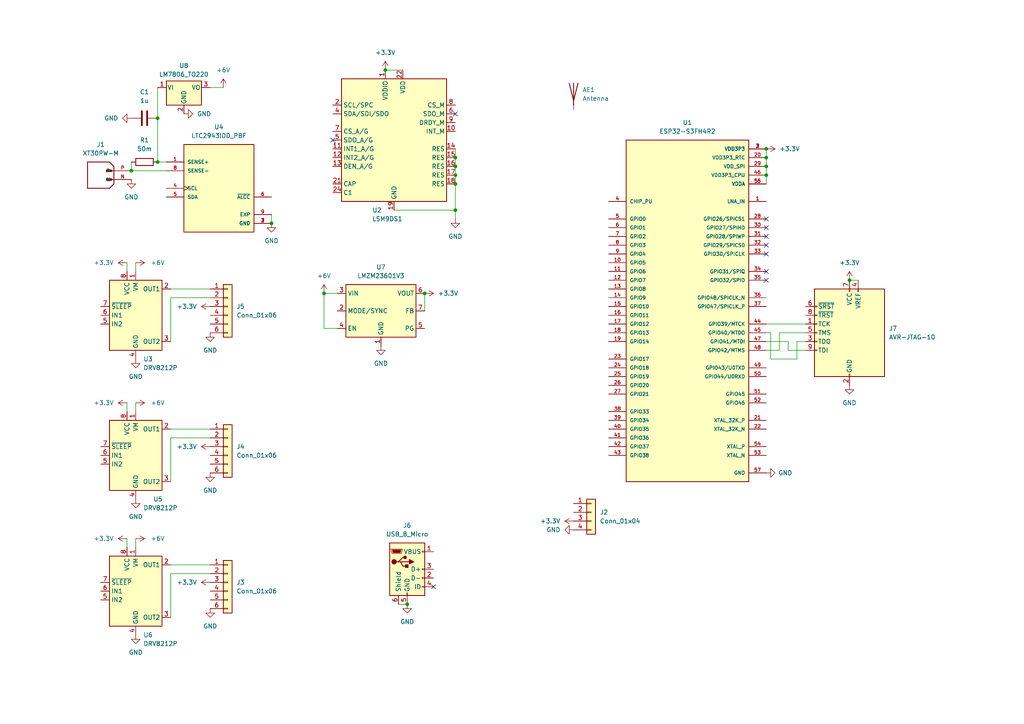
<source format=kicad_sch>
(kicad_sch (version 20230121) (generator eeschema)
  (paper "A4")
  (lib_symbols
    (symbol "Connector:AVR-JTAG-10" (pin_names (offset 1.016))
      (property "Reference" "J" (at -8.89 13.97 0))
      (property "Value" "AVR-JTAG-10" (at 1.27 13.97 0))
      (symbol "AVR-JTAG-10_0_1"
        (rectangle (start -2.667 12.7) (end -2.413 11.938))
        (rectangle (start -0.127 -11.938) (end 0.127 -12.7))
        (rectangle (start -0.127 12.7) (end 0.127 11.938))
        (rectangle (start 10.16 -4.953) (end 9.398 -5.207))
        (rectangle (start 10.16 -2.413) (end 9.398 -2.667))
        (rectangle (start 10.16 0.127) (end 9.398 -0.127))
        (rectangle (start 10.16 2.667) (end 9.398 2.413))
        (rectangle (start 10.16 5.207) (end 9.398 4.953))
        (rectangle (start 10.16 7.747) (end 9.398 7.493))
        (rectangle (start 10.16 12.7) (end -10.16 -12.7) (stroke (width 0.254)) (fill (type background)))
      )
      (symbol "AVR-JTAG-10_1_1"
        (pin passive line (at 12.7 2.54 180) (length 2.54) (name "TCK") (number "1"))
        (pin passive line (at 0 -15.24 90) (length 2.54) hide (name "GND") (number "10"))
        (pin passive line (at 0 -15.24 90) (length 2.54) (name "GND") (number "2"))
        (pin passive line (at 12.7 -2.54 180) (length 2.54) (name "TDO") (number "3"))
        (pin passive line (at -2.54 15.24 270) (length 2.54) (name "VREF") (number "4"))
        (pin passive line (at 12.7 0 180) (length 2.54) (name "TMS") (number "5"))
        (pin passive line (at 12.7 7.62 180) (length 2.54) (name "~{SRST}") (number "6"))
        (pin passive line (at 0 15.24 270) (length 2.54) (name "VCC") (number "7"))
        (pin passive line (at 12.7 5.08 180) (length 2.54) (name "~{TRST}") (number "8"))
        (pin passive line (at 12.7 -5.08 180) (length 2.54) (name "TDI") (number "9"))
      )
    )
    (symbol "Connector:USB_B_Micro" (pin_names (offset 1.016))
      (property "Reference" "J" (at -5.08 11.43 0))
      (property "Value" "USB_B_Micro" (at -5.08 8.89 0))
      (symbol "USB_B_Micro_0_1"
        (rectangle (start -5.08 -7.62) (end 5.08 7.62) (stroke (width 0.254)) (fill (type background)))
        (circle (center -3.81 2.159) (radius 0.635) (stroke (width 0.254)) (fill (type outline)))
        (circle (center -0.635 3.429) (radius 0.381) (stroke (width 0.254)) (fill (type outline)))
        (rectangle (start -0.127 -7.62) (end 0.127 -6.858))
        (polyline (pts (xy -1.905 2.159) (xy 0.635 2.159)) (stroke (width 0.254)))
        (polyline (pts (xy -3.175 2.159) (xy -2.54 2.159) (xy -1.27 3.429) (xy -0.635 3.429)) (stroke (width 0.254)))
        (polyline (pts (xy -2.54 2.159) (xy -1.905 2.159) (xy -1.27 0.889) (xy 0 0.889)) (stroke (width 0.254)))
        (polyline (pts (xy 0.635 2.794) (xy 0.635 1.524) (xy 1.905 2.159) (xy 0.635 2.794)) (stroke (width 0.254)) (fill (type outline)))
        (polyline (pts (xy -4.318 5.588) (xy -1.778 5.588) (xy -2.032 4.826) (xy -4.064 4.826) (xy -4.318 5.588)) (fill (type outline)))
        (polyline (pts (xy -4.699 5.842) (xy -4.699 5.588) (xy -4.445 4.826) (xy -4.445 4.572) (xy -1.651 4.572) (xy -1.651 4.826) (xy -1.397 5.588) (xy -1.397 5.842) (xy -4.699 5.842)))
        (rectangle (start 0.254 1.27) (end -0.508 0.508) (stroke (width 0.254)) (fill (type outline)))
        (rectangle (start 5.08 -5.207) (end 4.318 -4.953))
        (rectangle (start 5.08 -2.667) (end 4.318 -2.413))
        (rectangle (start 5.08 -0.127) (end 4.318 0.127))
        (rectangle (start 5.08 4.953) (end 4.318 5.207))
      )
      (symbol "USB_B_Micro_1_1"
        (pin power_out line (at 7.62 5.08 180) (length 2.54) (name "VBUS") (number "1"))
        (pin bidirectional line (at 7.62 -2.54 180) (length 2.54) (name "D-") (number "2"))
        (pin bidirectional line (at 7.62 0 180) (length 2.54) (name "D+") (number "3"))
        (pin passive line (at 7.62 -5.08 180) (length 2.54) (name "ID") (number "4"))
        (pin power_out line (at 0 -10.16 90) (length 2.54) (name "GND") (number "5"))
        (pin passive line (at -2.54 -10.16 90) (length 2.54) (name "Shield") (number "6"))
      )
    )
    (symbol "Connector_Generic:Conn_01x04" (pin_names (offset 1.016) hide)
      (property "Reference" "J" (at 0 5.08 0))
      (property "Value" "Conn_01x04" (at 0 -7.62 0))
      (symbol "Conn_01x04_1_1"
        (rectangle (start -1.27 -4.953) (end 0 -5.207) (stroke (width 0.1524)))
        (rectangle (start -1.27 -2.413) (end 0 -2.667) (stroke (width 0.1524)))
        (rectangle (start -1.27 0.127) (end 0 -0.127) (stroke (width 0.1524)))
        (rectangle (start -1.27 2.667) (end 0 2.413) (stroke (width 0.1524)))
        (rectangle (start -1.27 3.81) (end 1.27 -6.35) (stroke (width 0.254)) (fill (type background)))
        (pin passive line (at -5.08 2.54 0) (length 3.81) (name "Pin_1") (number "1"))
        (pin passive line (at -5.08 0 0) (length 3.81) (name "Pin_2") (number "2"))
        (pin passive line (at -5.08 -2.54 0) (length 3.81) (name "Pin_3") (number "3"))
        (pin passive line (at -5.08 -5.08 0) (length 3.81) (name "Pin_4") (number "4"))
      )
    )
    (symbol "Connector_Generic:Conn_01x06" (pin_names (offset 1.016) hide)
      (property "Reference" "J" (at 0 7.62 0))
      (property "Value" "Conn_01x06" (at 0 -10.16 0))
      (symbol "Conn_01x06_1_1"
        (rectangle (start -1.27 -7.493) (end 0 -7.747) (stroke (width 0.1524)))
        (rectangle (start -1.27 -4.953) (end 0 -5.207) (stroke (width 0.1524)))
        (rectangle (start -1.27 -2.413) (end 0 -2.667) (stroke (width 0.1524)))
        (rectangle (start -1.27 0.127) (end 0 -0.127) (stroke (width 0.1524)))
        (rectangle (start -1.27 2.667) (end 0 2.413) (stroke (width 0.1524)))
        (rectangle (start -1.27 5.207) (end 0 4.953) (stroke (width 0.1524)))
        (rectangle (start -1.27 6.35) (end 1.27 -8.89) (stroke (width 0.254)) (fill (type background)))
        (pin passive line (at -5.08 5.08 0) (length 3.81) (name "Pin_1") (number "1"))
        (pin passive line (at -5.08 2.54 0) (length 3.81) (name "Pin_2") (number "2"))
        (pin passive line (at -5.08 0 0) (length 3.81) (name "Pin_3") (number "3"))
        (pin passive line (at -5.08 -2.54 0) (length 3.81) (name "Pin_4") (number "4"))
        (pin passive line (at -5.08 -5.08 0) (length 3.81) (name "Pin_5") (number "5"))
        (pin passive line (at -5.08 -7.62 0) (length 3.81) (name "Pin_6") (number "6"))
      )
    )
    (symbol "Device:Antenna" (pin_numbers hide) (pin_names (offset 1.016) hide)
      (property "Reference" "AE" (at -1.905 1.905 0))
      (property "Value" "Antenna" (at -1.905 0 0))
      (symbol "Antenna_0_1"
        (polyline (pts (xy 0 2.54) (xy 0 -3.81)) (stroke (width 0.254)))
        (polyline (pts (xy 1.27 2.54) (xy 0 -2.54) (xy -1.27 2.54)) (stroke (width 0.254)))
      )
      (symbol "Antenna_1_1"
        (pin input line (at 0 -5.08 90) (length 2.54) (name "A") (number "1"))
      )
    )
    (symbol "Device:C" (pin_numbers hide) (pin_names (offset 0.254))
      (property "Reference" "C" (at 0.635 2.54 0))
      (property "Value" "C" (at 0.635 -2.54 0))
      (symbol "C_0_1"
        (polyline (pts (xy -2.032 -0.762) (xy 2.032 -0.762)) (stroke (width 0.508)))
        (polyline (pts (xy -2.032 0.762) (xy 2.032 0.762)) (stroke (width 0.508)))
      )
      (symbol "C_1_1"
        (pin passive line (at 0 3.81 270) (length 2.794) (name "~") (number "1"))
        (pin passive line (at 0 -3.81 90) (length 2.794) (name "~") (number "2"))
      )
    )
    (symbol "Device:R" (pin_numbers hide) (pin_names (offset 0))
      (property "Reference" "R" (at 2.032 0 90))
      (property "Value" "R" (at 0 0 90))
      (symbol "R_0_1"
        (rectangle (start -1.016 -2.54) (end 1.016 2.54) (stroke (width 0.254)))
      )
      (symbol "R_1_1"
        (pin passive line (at 0 3.81 270) (length 1.27) (name "~") (number "1"))
        (pin passive line (at 0 -3.81 90) (length 1.27) (name "~") (number "2"))
      )
    )
    (symbol "Driver_Motor:DRV8212P"
      (property "Reference" "U" (at 6.35 11.43 0))
      (property "Value" "DRV8212P" (at -10.16 11.43 0))
      (symbol "DRV8212P_0_1"
        (rectangle (start -7.62 10.16) (end 7.62 -10.16) (stroke (width 0.254)) (fill (type background)))
      )
      (symbol "DRV8212P_1_1"
        (pin power_in line (at 0 12.7 270) (length 2.54) (name "VM") (number "1"))
        (pin output line (at 10.16 7.62 180) (length 2.54) (name "OUT1") (number "2"))
        (pin output line (at 10.16 -7.62 180) (length 2.54) (name "OUT2") (number "3"))
        (pin power_in line (at 0 -12.7 90) (length 2.54) (name "GND") (number "4"))
        (pin input line (at -10.16 -2.54 0) (length 2.54) (name "IN2") (number "5"))
        (pin input line (at -10.16 0 0) (length 2.54) (name "IN1") (number "6"))
        (pin input line (at -10.16 2.54 0) (length 2.54) (name "~{SLEEP}") (number "7"))
        (pin power_in line (at -2.54 12.7 270) (length 2.54) (name "VCC") (number "8"))
        (pin passive line (at 0 -12.7 90) (length 2.54) hide (name "GND") (number "9"))
      )
    )
    (symbol "ESP32-S3FH4R2:ESP32-S3FH4R2" (pin_names (offset 1.016))
      (property "Reference" "U" (at -17.78 51.562 0))
      (property "Value" "ESP32-S3FH4R2" (at -17.78 -50.8 0))
      (symbol "ESP32-S3FH4R2_0_0"
        (rectangle (start -17.78 -48.26) (end 17.78 50.8) (stroke (width 0.254)) (fill (type background)))
        (pin bidirectional line (at 22.86 33.02 180) (length 5.08) (name "LNA_IN") (number "1"))
        (pin bidirectional line (at -22.86 15.24 0) (length 5.08) (name "GPIO5") (number "10"))
        (pin bidirectional line (at -22.86 12.7 0) (length 5.08) (name "GPIO6") (number "11"))
        (pin bidirectional line (at -22.86 10.16 0) (length 5.08) (name "GPIO7") (number "12"))
        (pin bidirectional line (at -22.86 7.62 0) (length 5.08) (name "GPIO8") (number "13"))
        (pin bidirectional line (at -22.86 5.08 0) (length 5.08) (name "GPIO9") (number "14"))
        (pin bidirectional line (at -22.86 2.54 0) (length 5.08) (name "GPIO10") (number "15"))
        (pin bidirectional line (at -22.86 0 0) (length 5.08) (name "GPIO11") (number "16"))
        (pin bidirectional line (at -22.86 -2.54 0) (length 5.08) (name "GPIO12") (number "17"))
        (pin bidirectional line (at -22.86 -5.08 0) (length 5.08) (name "GPIO13") (number "18"))
        (pin bidirectional line (at -22.86 -7.62 0) (length 5.08) (name "GPIO14") (number "19"))
        (pin power_in line (at 22.86 48.26 180) (length 5.08) (name "VDD3P3") (number "2"))
        (pin power_in line (at 22.86 45.72 180) (length 5.08) (name "VDD3P3_RTC") (number "20"))
        (pin bidirectional line (at 22.86 -30.48 180) (length 5.08) (name "XTAL_32K_P") (number "21"))
        (pin bidirectional line (at 22.86 -33.02 180) (length 5.08) (name "XTAL_32K_N") (number "22"))
        (pin bidirectional line (at -22.86 -12.7 0) (length 5.08) (name "GPIO17") (number "23"))
        (pin bidirectional line (at -22.86 -15.24 0) (length 5.08) (name "GPIO18") (number "24"))
        (pin bidirectional line (at -22.86 -17.78 0) (length 5.08) (name "GPIO19") (number "25"))
        (pin bidirectional line (at -22.86 -20.32 0) (length 5.08) (name "GPIO20") (number "26"))
        (pin bidirectional line (at -22.86 -22.86 0) (length 5.08) (name "GPIO21") (number "27"))
        (pin bidirectional line (at 22.86 27.94 180) (length 5.08) (name "GPIO26/SPICS1") (number "28"))
        (pin power_in line (at 22.86 43.18 180) (length 5.08) (name "VDD_SPI") (number "29"))
        (pin power_in line (at 22.86 48.26 180) (length 5.08) (name "VDD3P3") (number "3"))
        (pin bidirectional line (at 22.86 25.4 180) (length 5.08) (name "GPIO27/SPIHD") (number "30"))
        (pin bidirectional line (at 22.86 22.86 180) (length 5.08) (name "GPIO28/SPIWP") (number "31"))
        (pin bidirectional line (at 22.86 20.32 180) (length 5.08) (name "GPIO29/SPICS0") (number "32"))
        (pin bidirectional line (at 22.86 17.78 180) (length 5.08) (name "GPIO30/SPICLK") (number "33"))
        (pin bidirectional line (at 22.86 12.7 180) (length 5.08) (name "GPIO31/SPIQ") (number "34"))
        (pin bidirectional line (at 22.86 10.16 180) (length 5.08) (name "GPIO32/SPID") (number "35"))
        (pin bidirectional line (at 22.86 5.08 180) (length 5.08) (name "GPIO48/SPICLK_N") (number "36"))
        (pin bidirectional line (at 22.86 2.54 180) (length 5.08) (name "GPIO47/SPICLK_P") (number "37"))
        (pin bidirectional line (at -22.86 -27.94 0) (length 5.08) (name "GPIO33") (number "38"))
        (pin bidirectional line (at -22.86 -30.48 0) (length 5.08) (name "GPIO34") (number "39"))
        (pin input line (at -22.86 33.02 0) (length 5.08) (name "CHIP_PU") (number "4"))
        (pin bidirectional line (at -22.86 -33.02 0) (length 5.08) (name "GPIO35") (number "40"))
        (pin bidirectional line (at -22.86 -35.56 0) (length 5.08) (name "GPIO36") (number "41"))
        (pin bidirectional line (at -22.86 -38.1 0) (length 5.08) (name "GPIO37") (number "42"))
        (pin bidirectional line (at -22.86 -40.64 0) (length 5.08) (name "GPIO38") (number "43"))
        (pin bidirectional line (at 22.86 -2.54 180) (length 5.08) (name "GPIO39/MTCK") (number "44"))
        (pin bidirectional line (at 22.86 -5.08 180) (length 5.08) (name "GPIO40/MTDO") (number "45"))
        (pin power_in line (at 22.86 40.64 180) (length 5.08) (name "VDD3P3_CPU") (number "46"))
        (pin bidirectional line (at 22.86 -7.62 180) (length 5.08) (name "GPIO41/MTDI") (number "47"))
        (pin bidirectional line (at 22.86 -10.16 180) (length 5.08) (name "GPIO42/MTMS") (number "48"))
        (pin bidirectional line (at 22.86 -15.24 180) (length 5.08) (name "GPIO43/U0TXD") (number "49"))
        (pin bidirectional line (at -22.86 27.94 0) (length 5.08) (name "GPIO0") (number "5"))
        (pin bidirectional line (at 22.86 -17.78 180) (length 5.08) (name "GPIO44/U0RXD") (number "50"))
        (pin bidirectional line (at 22.86 -22.86 180) (length 5.08) (name "GPIO45") (number "51"))
        (pin bidirectional line (at 22.86 -25.4 180) (length 5.08) (name "GPIO46") (number "52"))
        (pin output line (at 22.86 -40.64 180) (length 5.08) (name "XTAL_N") (number "53"))
        (pin input line (at 22.86 -38.1 180) (length 5.08) (name "XTAL_P") (number "54"))
        (pin power_in line (at 22.86 38.1 180) (length 5.08) (name "VDDA") (number "55"))
        (pin power_in line (at 22.86 38.1 180) (length 5.08) (name "VDDA") (number "56"))
        (pin power_in line (at 22.86 -45.72 180) (length 5.08) (name "GND") (number "57"))
        (pin bidirectional line (at -22.86 25.4 0) (length 5.08) (name "GPIO1") (number "6"))
        (pin bidirectional line (at -22.86 22.86 0) (length 5.08) (name "GPIO2") (number "7"))
        (pin bidirectional line (at -22.86 20.32 0) (length 5.08) (name "GPIO3") (number "8"))
        (pin bidirectional line (at -22.86 17.78 0) (length 5.08) (name "GPIO4") (number "9"))
      )
    )
    (symbol "LTC2943IDD_PBF:LTC2943IDD_PBF" (pin_names (offset 1.016))
      (property "Reference" "U" (at -10.16 13.462 0))
      (property "Value" "LTC2943IDD_PBF" (at -10.16 -15.24 0))
      (symbol "LTC2943IDD_PBF_0_0"
        (rectangle (start -10.16 -12.7) (end 10.16 12.7) (stroke (width 0.254)) (fill (type background)))
        (pin input line (at -15.24 7.62 0) (length 5.08) (name "SENSE+") (number "1"))
        (pin power_in line (at 15.24 -10.16 180) (length 5.08) (name "GND") (number "2"))
        (pin power_in line (at 15.24 -10.16 180) (length 5.08) (name "GND") (number "3"))
        (pin input clock (at -15.24 0 0) (length 5.08) (name "SCL") (number "4"))
        (pin bidirectional line (at -15.24 -2.54 0) (length 5.08) (name "SDA") (number "5"))
        (pin bidirectional line (at 15.24 -2.54 180) (length 5.08) (name "~{ALCC}") (number "6"))
        (pin power_in line (at 15.24 -10.16 180) (length 5.08) (name "GND") (number "7"))
        (pin input line (at -15.24 5.08 0) (length 5.08) (name "SENSE-") (number "8"))
        (pin power_in line (at 15.24 -7.62 180) (length 5.08) (name "EXP") (number "9"))
      )
    )
    (symbol "Regulator_Linear:LM7806_TO220" (pin_names (offset 0.254))
      (property "Reference" "U" (at -3.81 3.175 0))
      (property "Value" "LM7806_TO220" (at 0 3.175 0))
      (symbol "LM7806_TO220_0_1"
        (rectangle (start -5.08 1.905) (end 5.08 -5.08) (stroke (width 0.254)) (fill (type background)))
      )
      (symbol "LM7806_TO220_1_1"
        (pin power_in line (at -7.62 0 0) (length 2.54) (name "VI") (number "1"))
        (pin power_in line (at 0 -7.62 90) (length 2.54) (name "GND") (number "2"))
        (pin power_out line (at 7.62 0 180) (length 2.54) (name "VO") (number "3"))
      )
    )
    (symbol "Regulator_Switching:LMZM23601V3"
      (property "Reference" "U" (at -8.89 8.89 0))
      (property "Value" "LMZM23601V3" (at 6.35 8.89 0))
      (symbol "LMZM23601V3_0_1"
        (rectangle (start -10.16 7.62) (end 10.16 -7.62) (stroke (width 0.254)) (fill (type background)))
      )
      (symbol "LMZM23601V3_1_1"
        (pin power_in line (at 0 -10.16 90) (length 2.54) (name "GND") (number "1"))
        (pin no_connect line (at -2.54 -7.62 90) (length 2.54) hide (name "~") (number "10"))
        (pin passive line (at 0 -10.16 90) (length 2.54) hide (name "GND") (number "11"))
        (pin input line (at -12.7 0 0) (length 2.54) (name "MODE/SYNC") (number "2"))
        (pin power_in line (at -12.7 5.08 0) (length 2.54) (name "VIN") (number "3"))
        (pin input line (at -12.7 -5.08 0) (length 2.54) (name "EN") (number "4"))
        (pin open_collector line (at 12.7 -5.08 180) (length 2.54) (name "PG") (number "5"))
        (pin power_out line (at 12.7 5.08 180) (length 2.54) (name "VOUT") (number "6"))
        (pin input line (at 12.7 0 180) (length 2.54) (name "FB") (number "7"))
        (pin no_connect line (at 5.08 -7.62 90) (length 2.54) hide (name "~") (number "8"))
        (pin no_connect line (at 2.54 -7.62 90) (length 2.54) hide (name "~") (number "9"))
      )
    )
    (symbol "Sensor_Motion:LSM9DS1"
      (property "Reference" "U" (at -15.24 21.59 0))
      (property "Value" "LSM9DS1" (at -15.24 19.05 0))
      (symbol "LSM9DS1_0_1"
        (rectangle (start -15.24 17.78) (end 15.24 -17.78) (stroke (width 0.254)) (fill (type background)))
      )
      (symbol "LSM9DS1_1_1"
        (pin power_in line (at -2.54 20.32 270) (length 2.54) (name "VDDIO") (number "1"))
        (pin output line (at 17.78 2.54 180) (length 2.54) (name "INT_M") (number "10"))
        (pin output line (at -17.78 -2.54 0) (length 2.54) (name "INT1_A/G") (number "11"))
        (pin output line (at -17.78 -5.08 0) (length 2.54) (name "INT2_A/G") (number "12"))
        (pin input line (at -17.78 -7.62 0) (length 2.54) (name "DEN_A/G") (number "13"))
        (pin bidirectional line (at 17.78 -2.54 180) (length 2.54) (name "RES") (number "14"))
        (pin bidirectional line (at 17.78 -5.08 180) (length 2.54) (name "RES") (number "15"))
        (pin bidirectional line (at 17.78 -7.62 180) (length 2.54) (name "RES") (number "16"))
        (pin bidirectional line (at 17.78 -10.16 180) (length 2.54) (name "RES") (number "17"))
        (pin bidirectional line (at 17.78 -12.7 180) (length 2.54) (name "RES") (number "18"))
        (pin power_in line (at 0 -20.32 90) (length 2.54) (name "GND") (number "19"))
        (pin input line (at -17.78 10.16 0) (length 2.54) (name "SCL/SPC") (number "2"))
        (pin passive line (at 0 -20.32 90) (length 2.54) hide (name "GND") (number "20"))
        (pin passive line (at -17.78 -12.7 0) (length 2.54) (name "CAP") (number "21"))
        (pin power_in line (at 2.54 20.32 270) (length 2.54) (name "VDD") (number "22"))
        (pin passive line (at 2.54 20.32 270) (length 2.54) hide (name "VDD") (number "23"))
        (pin passive line (at -17.78 -15.24 0) (length 2.54) (name "C1") (number "24"))
        (pin passive line (at -2.54 20.32 270) (length 2.54) hide (name "VDDIO") (number "3"))
        (pin bidirectional line (at -17.78 7.62 0) (length 2.54) (name "SDA/SDI/SDO") (number "4"))
        (pin output line (at -17.78 0 0) (length 2.54) (name "SDO_A/G") (number "5"))
        (pin output line (at 17.78 7.62 180) (length 2.54) (name "SDO_M") (number "6"))
        (pin input line (at -17.78 2.54 0) (length 2.54) (name "CS_A/G") (number "7"))
        (pin input line (at 17.78 10.16 180) (length 2.54) (name "CS_M") (number "8"))
        (pin output line (at 17.78 5.08 180) (length 2.54) (name "DRDY_M") (number "9"))
      )
    )
    (symbol "XT30PW-M:XT30PW-M" (pin_names (offset 1.016))
      (property "Reference" "J" (at -7.62 3.302 0))
      (property "Value" "XT30PW-M" (at -7.62 -7.62 0))
      (symbol "XT30PW-M_0_0"
        (rectangle (start -2.2225 -2.8575) (end -0.635 -2.2225) (stroke (width 0.1)) (fill (type outline)))
        (rectangle (start -2.2225 -0.3175) (end -0.635 0.3175) (stroke (width 0.1)) (fill (type outline)))
        (polyline (pts (xy -7.62 -5.08) (xy -7.62 2.54)) (stroke (width 0.254)))
        (polyline (pts (xy -7.62 2.54) (xy -1.27 2.54)) (stroke (width 0.254)))
        (polyline (pts (xy -1.27 -5.08) (xy -7.62 -5.08)) (stroke (width 0.254)))
        (polyline (pts (xy 0 -3.81) (xy -1.27 -5.08)) (stroke (width 0.254)))
        (polyline (pts (xy 0 -2.54) (xy -1.905 -2.54)) (stroke (width 0.254)))
        (polyline (pts (xy 0 0) (xy -1.905 0)) (stroke (width 0.254)))
        (polyline (pts (xy 0 0) (xy 0 -3.81)) (stroke (width 0.254)))
        (polyline (pts (xy 0 1.27) (xy -1.27 2.54)) (stroke (width 0.254)))
        (polyline (pts (xy 0 1.27) (xy 0 0)) (stroke (width 0.254)))
        (pin power_in line (at 5.08 -2.54 180) (length 5.08) (name "N") (number "N"))
        (pin power_in line (at 5.08 0 180) (length 5.08) (name "P") (number "P"))
      )
    )
    (symbol "power:+3.3V" (power) (pin_names (offset 0))
      (property "Value" "+3.3V" (at 0 3.556 0))
      (symbol "+3.3V_0_1"
        (polyline (pts (xy -0.762 1.27) (xy 0 2.54)))
        (polyline (pts (xy 0 0) (xy 0 2.54)))
        (polyline (pts (xy 0 2.54) (xy 0.762 1.27)))
      )
      (symbol "+3.3V_1_1"
        (pin power_in line (at 0 0 90) (length 0) hide (name "+3.3V") (number "1"))
      )
    )
    (symbol "power:+6V" (power) (pin_names (offset 0))
      (property "Value" "+6V" (at 0 3.556 0))
      (symbol "+6V_0_1"
        (polyline (pts (xy -0.762 1.27) (xy 0 2.54)))
        (polyline (pts (xy 0 0) (xy 0 2.54)))
        (polyline (pts (xy 0 2.54) (xy 0.762 1.27)))
      )
      (symbol "+6V_1_1"
        (pin power_in line (at 0 0 90) (length 0) hide (name "+6V") (number "1"))
      )
    )
    (symbol "power:GND" (power) (pin_names (offset 0))
      (property "Value" "GND" (at 0 -3.81 0))
      (symbol "GND_0_1"
        (polyline (pts (xy 0 0) (xy 0 -1.27) (xy 1.27 -1.27) (xy 0 -2.54) (xy -1.27 -1.27) (xy 0 -1.27)))
      )
      (symbol "GND_1_1"
        (pin power_in line (at 0 0 270) (length 0) hide (name "GND") (number "1"))
      )
    )
  )
  (junction (at 222.25 50.8))
  (junction (at 111.76 20.32))
  (junction (at 132.08 45.72))
  (junction (at 132.08 48.26))
  (junction (at 222.25 45.72))
  (junction (at 132.08 50.8))
  (junction (at 78.74 64.77))
  (junction (at 132.08 53.34))
  (junction (at 222.25 43.18))
  (junction (at 45.72 46.99))
  (junction (at 38.1 49.53))
  (junction (at 45.72 34.29))
  (junction (at 93.98 85.09))
  (junction (at 132.08 60.96))
  (junction (at 222.25 48.26))
  (junction (at 123.19 85.09))
  (junction (at 118.11 175.26))
  (junction (at 246.38 81.28))
  (no_connect (at 96.52 40.64))
  (no_connect (at 222.25 63.5))
  (no_connect (at 222.25 66.04))
  (no_connect (at 222.25 71.12))
  (no_connect (at 222.25 73.66))
  (no_connect (at 222.25 78.74))
  (no_connect (at 222.25 68.58))
  (no_connect (at 132.08 33.02))
  (no_connect (at 222.25 81.28))
  (no_connect (at 125.73 170.18))
  (wire (pts (xy 111.76 20.32) (xy 116.84 20.32)))
  (wire (pts (xy 222.25 50.8) (xy 222.25 53.34)))
  (wire (pts (xy 222.25 96.52) (xy 223.52 96.52)))
  (wire (pts (xy 45.72 34.29) (xy 45.72 46.99)))
  (wire (pts (xy 226.06 101.6) (xy 226.06 96.52)))
  (wire (pts (xy 132.08 43.18) (xy 132.08 45.72)))
  (wire (pts (xy 39.37 116.84) (xy 39.37 119.38)))
  (wire (pts (xy 39.37 76.2) (xy 39.37 78.74)))
  (wire (pts (xy 223.52 104.14) (xy 231.14 104.14)))
  (wire (pts (xy 132.08 60.96) (xy 132.08 53.34)))
  (wire (pts (xy 49.53 124.46) (xy 60.96 124.46)))
  (wire (pts (xy 222.25 48.26) (xy 222.25 50.8)))
  (wire (pts (xy 132.08 45.72) (xy 132.08 48.26)))
  (wire (pts (xy 60.96 25.4) (xy 64.77 25.4)))
  (wire (pts (xy 132.08 63.5) (xy 132.08 60.96)))
  (wire (pts (xy 49.53 127) (xy 49.53 139.7)))
  (wire (pts (xy 49.53 83.82) (xy 60.96 83.82)))
  (wire (pts (xy 228.6 99.06) (xy 228.6 101.6)))
  (wire (pts (xy 222.25 45.72) (xy 222.25 48.26)))
  (wire (pts (xy 49.53 127) (xy 60.96 127)))
  (wire (pts (xy 93.98 85.09) (xy 97.79 85.09)))
  (wire (pts (xy 45.72 25.4) (xy 45.72 34.29)))
  (wire (pts (xy 222.25 43.18) (xy 222.25 45.72)))
  (wire (pts (xy 49.53 166.37) (xy 60.96 166.37)))
  (wire (pts (xy 231.14 99.06) (xy 233.68 99.06)))
  (wire (pts (xy 246.38 81.28) (xy 248.92 81.28)))
  (wire (pts (xy 231.14 104.14) (xy 231.14 99.06)))
  (wire (pts (xy 36.83 76.2) (xy 36.83 78.74)))
  (wire (pts (xy 228.6 101.6) (xy 233.68 101.6)))
  (wire (pts (xy 222.25 93.98) (xy 233.68 93.98)))
  (wire (pts (xy 132.08 50.8) (xy 132.08 53.34)))
  (wire (pts (xy 222.25 99.06) (xy 228.6 99.06)))
  (wire (pts (xy 132.08 48.26) (xy 132.08 50.8)))
  (wire (pts (xy 38.1 49.53) (xy 48.26 49.53)))
  (wire (pts (xy 36.83 156.21) (xy 36.83 158.75)))
  (wire (pts (xy 97.79 95.25) (xy 93.98 95.25)))
  (wire (pts (xy 123.19 85.09) (xy 123.19 90.17)))
  (wire (pts (xy 38.1 46.99) (xy 38.1 49.53)))
  (wire (pts (xy 226.06 96.52) (xy 233.68 96.52)))
  (wire (pts (xy 49.53 163.83) (xy 60.96 163.83)))
  (wire (pts (xy 114.3 60.96) (xy 132.08 60.96)))
  (wire (pts (xy 49.53 99.06) (xy 49.53 86.36)))
  (wire (pts (xy 48.26 46.99) (xy 45.72 46.99)))
  (wire (pts (xy 115.57 175.26) (xy 118.11 175.26)))
  (wire (pts (xy 36.83 116.84) (xy 36.83 119.38)))
  (wire (pts (xy 39.37 156.21) (xy 39.37 158.75)))
  (wire (pts (xy 93.98 95.25) (xy 93.98 85.09)))
  (wire (pts (xy 78.74 62.23) (xy 78.74 64.77)))
  (wire (pts (xy 49.53 179.07) (xy 49.53 166.37)))
  (wire (pts (xy 222.25 101.6) (xy 226.06 101.6)))
  (wire (pts (xy 49.53 86.36) (xy 60.96 86.36)))
  (wire (pts (xy 223.52 96.52) (xy 223.52 104.14)))
  (symbol (lib_id "power:GND") (at 222.25 137.16 90) (unit 1)
    (property "Reference" "#PWR020" (effects hide))
    (property "Value" "GND" (at 225.7128 137.16 90) (effects (justify right)))
  )
  (symbol (lib_id "power:GND") (at 78.74 64.77 0) (unit 1)
    (property "Reference" "#PWR028" (effects hide))
    (property "Value" "GND" (at 78.74 69.85 0))
  )
  (symbol (lib_id "power:+3.3V") (at 60.96 168.91 90) (unit 1)
    (property "Reference" "#PWR023" (effects hide))
    (property "Value" "+3.3V" (at 57.15 168.91 90) (effects (justify left)))
  )
  (symbol (lib_id "Driver_Motor:DRV8212P") (at 39.37 91.44 0) (unit 1)
    (property "Reference" "U3" (at 41.5641 104.14 0) (effects (justify left)))
    (property "Value" "DRV8212P" (at 41.5641 106.68 0) (effects (justify left)))
    (property "Footprint" "Package_SON:WSON-8-1EP_2x2mm_P0.5mm_EP0.9x1.6mm_ThermalVias" (effects hide))
    (property "Datasheet" "https://www.ti.com/lit/ds/symlink/drv8212p.pdf" (effects hide))
  )
  (symbol (lib_id "Connector:AVR-JTAG-10") (at 246.38 96.52 0) (mirror y) (unit 1)
    (property "Reference" "J7" (at 257.81 95.25 0) (effects (justify right)))
    (property "Value" "AVR-JTAG-10" (at 257.81 97.79 0) (effects (justify right)))
    (property "Datasheet" " ~" (effects hide))
  )
  (symbol (lib_id "power:+3.3V") (at 123.19 85.09 270) (unit 1)
    (property "Reference" "#PWR016" (effects hide))
    (property "Value" "+3.3V" (at 127 85.09 90) (effects (justify left)))
  )
  (symbol (lib_id "power:+3.3V") (at 60.96 129.54 90) (unit 1)
    (property "Reference" "#PWR011" (effects hide))
    (property "Value" "+3.3V" (at 57.15 129.54 90) (effects (justify left)))
  )
  (symbol (lib_id "power:+3.3V") (at 166.37 151.13 90) (unit 1)
    (property "Reference" "#PWR018" (effects hide))
    (property "Value" "+3.3V" (at 162.56 151.13 90) (effects (justify left)))
  )
  (symbol (lib_id "Connector_Generic:Conn_01x06") (at 66.04 88.9 0) (unit 1)
    (property "Reference" "J5" (at 68.58 88.9 0) (effects (justify left)))
    (property "Value" "Conn_01x06" (at 68.58 91.44 0) (effects (justify left)))
    (property "Footprint" "Connector_JST:JST_SH_BM06B-SRSS-TB_1x06-1MP_P1.00mm_Vertical" (effects hide))
  )
  (symbol (lib_id "power:GND") (at 60.96 96.52 0) (unit 1)
    (property "Reference" "#PWR025" (effects hide))
    (property "Value" "GND" (at 60.96 101.6 0))
  )
  (symbol (lib_id "Driver_Motor:DRV8212P") (at 39.37 132.08 0) (unit 1)
    (property "Reference" "U5" (at 44.45 144.78 0) (effects (justify left)))
    (property "Value" "DRV8212P" (at 41.5641 147.32 0) (effects (justify left)))
    (property "Footprint" "Package_SON:WSON-8-1EP_2x2mm_P0.5mm_EP0.9x1.6mm_ThermalVias" (effects hide))
    (property "Datasheet" "https://www.ti.com/lit/ds/symlink/drv8212p.pdf" (effects hide))
  )
  (symbol (lib_id "Connector_Generic:Conn_01x04") (at 171.45 148.59 0) (unit 1)
    (property "Reference" "J2" (at 173.99 148.59 0) (effects (justify left)))
    (property "Value" "Conn_01x04" (at 173.99 151.13 0) (effects (justify left)))
    (property "Footprint" "Connector_JST:JST_SH_BM04B-SRSS-TB_1x04-1MP_P1.00mm_Vertical" (effects hide))
  )
  (symbol (lib_id "Connector:USB_B_Micro") (at 118.11 165.1 0) (unit 1)
    (property "Reference" "J6" (at 118.11 152.4 0))
    (property "Value" "USB_B_Micro" (at 118.11 154.94 0))
    (property "Footprint" "Connector_USB:USB_Micro-B_Molex_47346-0001" (effects hide))
  )
  (symbol (lib_id "LTC2943IDD_PBF:LTC2943IDD_PBF") (at 63.5 54.61 0) (unit 1)
    (property "Reference" "U4" (at 63.5 36.83 0))
    (property "Value" "LTC2943IDD_PBF" (at 63.5 39.37 0))
    (property "Footprint" "LTC2943IDD_PBF:SON50P300X300X80-9N" (effects hide))
    (property "Datasheet" "https://www.analog.com/media/en/technical-documentation/data-sheets/2943fa.pdf" (effects hide))
    (property "MF" "Analog Devices" (effects hide))
    (property "MAXIMUM_PACKAGE_HEIGHT" "0.80" (effects hide))
    (property "Package" "WFDFN-8 Linear Technology" (effects hide))
    (property "Price" "None" (effects hide))
    (property "Check_prices" "https://www.snapeda.com/parts/LTC2943IDD%23PBF/Analog+Devices/view-part/?ref=eda" (effects hide))
    (property "STANDARD" "IPC 7351B" (effects hide))
    (property "PARTREV" "N/A" (effects hide))
    (property "SnapEDA_Link" "https://www.snapeda.com/parts/LTC2943IDD%23PBF/Analog+Devices/view-part/?ref=snap" (effects hide))
    (property "MP" "LTC2943IDD#PBF" (effects hide))
    (property "Purchase-URL" "https://www.snapeda.com/api/url_track_click_mouser/?unipart_id=319006&manufacturer=Analog Devices&part_name=LTC2943IDD#PBF&search_term=ltc2943" (effects hide))
    (property "Description" "\nBattery Battery Monitor IC Multi-Chemistry 8-DFN (3x3)\n" (effects hide))
    (property "Availability" "In Stock" (effects hide))
    (property "MANUFACTURER" "Analog Devices" (effects hide))
  )
  (symbol (lib_id "power:GND") (at 118.11 175.26 0) (unit 1)
    (property "Reference" "#PWR07" (effects hide))
    (property "Value" "GND" (at 118.11 180.34 0))
  )
  (symbol (lib_id "power:GND") (at 110.49 100.33 0) (unit 1)
    (property "Reference" "#PWR02" (effects hide))
    (property "Value" "GND" (at 110.49 105.41 0))
  )
  (symbol (lib_id "power:+3.3V") (at 36.83 116.84 90) (unit 1)
    (property "Reference" "#PWR013" (effects hide))
    (property "Value" "+3.3V" (at 33.02 116.84 90) (effects (justify left)))
  )
  (symbol (lib_id "power:+3.3V") (at 60.96 88.9 90) (unit 1)
    (property "Reference" "#PWR024" (effects hide))
    (property "Value" "+3.3V" (at 57.15 88.9 90) (effects (justify left)))
  )
  (symbol (lib_id "power:+6V") (at 39.37 116.84 270) (unit 1)
    (property "Reference" "#PWR012" (effects hide))
    (property "Value" "+6V" (at 43.6987 116.84 90) (effects (justify left)))
  )
  (symbol (lib_id "power:GND") (at 38.1 52.07 0) (unit 1)
    (property "Reference" "#PWR09" (effects hide))
    (property "Value" "GND" (at 38.1 57.15 0))
  )
  (symbol (lib_id "power:GND") (at 60.96 137.16 0) (unit 1)
    (property "Reference" "#PWR014" (effects hide))
    (property "Value" "GND" (at 60.96 142.24 0))
  )
  (symbol (lib_id "Connector_Generic:Conn_01x06") (at 66.04 129.54 0) (unit 1)
    (property "Reference" "J4" (at 68.58 129.54 0) (effects (justify left)))
    (property "Value" "Conn_01x06" (at 68.58 132.08 0) (effects (justify left)))
    (property "Footprint" "Connector_JST:JST_SH_BM06B-SRSS-TB_1x06-1MP_P1.00mm_Vertical" (effects hide))
  )
  (symbol (lib_id "power:GND") (at 38.1 34.29 270) (unit 1)
    (property "Reference" "#PWR03" (effects hide))
    (property "Value" "GND" (at 34.29 34.29 90) (effects (justify right)))
  )
  (symbol (lib_id "power:GND") (at 246.38 111.76 0) (unit 1)
    (property "Reference" "#PWR04" (effects hide))
    (property "Value" "GND" (at 246.38 116.84 0))
  )
  (symbol (lib_id "power:+6V") (at 39.37 156.21 270) (unit 1)
    (property "Reference" "#PWR08" (effects hide))
    (property "Value" "+6V" (at 43.6987 156.21 90) (effects (justify left)))
  )
  (symbol (lib_id "power:GND") (at 39.37 184.15 0) (unit 1)
    (property "Reference" "#PWR06" (effects hide))
    (property "Value" "GND" (at 39.37 189.23 0))
  )
  (symbol (lib_id "Sensor_Motion:LSM9DS1") (at 114.3 40.64 0) (unit 1)
    (property "Reference" "U2" (at 107.95 60.96 0) (effects (justify left)))
    (property "Value" "LSM9DS1" (at 107.95 63.5 0) (effects (justify left)))
    (property "Footprint" "Package_LGA:LGA-24L_3x3.5mm_P0.43mm" (effects hide))
    (property "Datasheet" "https://www.digikey.com/htmldatasheets/production/1639232/0/0/1/LSM9DS1-Datasheet.pdf" (effects hide))
  )
  (symbol (lib_id "Device:C") (at 41.91 34.29 90) (unit 1)
    (property "Reference" "C1" (at 41.91 26.67 90))
    (property "Value" "1u" (at 41.91 29.21 90))
    (property "Footprint" "Capacitor_SMD:C_1812_4532Metric_Pad1.57x3.40mm_HandSolder" (effects hide))
  )
  (symbol (lib_id "power:+3.3V") (at 36.83 156.21 90) (unit 1)
    (property "Reference" "#PWR021" (effects hide))
    (property "Value" "+3.3V" (at 33.02 156.21 90) (effects (justify left)))
  )
  (symbol (lib_id "power:GND") (at 53.34 33.02 90) (unit 1)
    (property "Reference" "#PWR029" (effects hide))
    (property "Value" "GND" (at 57.15 33.02 90) (effects (justify right)))
  )
  (symbol (lib_id "power:GND") (at 166.37 153.67 270) (unit 1)
    (property "Reference" "#PWR017" (effects hide))
    (property "Value" "GND" (at 162.56 153.67 90) (effects (justify right)))
  )
  (symbol (lib_id "ESP32-S3FH4R2:ESP32-S3FH4R2") (at 199.39 91.44 0) (unit 1)
    (property "Reference" "U1" (at 199.39 35.56 0))
    (property "Value" "ESP32-S3FH4R2" (at 199.39 38.1 0))
    (property "Footprint" "ESP32-S3FH4R2:QFN40P700X700X90-57N" (effects hide))
    (property "Datasheet" "https://www.espressif.com/sites/default/files/documentation/esp32-s3_datasheet_en.pdf" (effects hide))
    (property "MF" "Espressif Systems" (effects hide))
    (property "MAXIMUM_PACKAGE_HEIGHT" "0.9mm" (effects hide))
    (property "Package" "None" (effects hide))
    (property "Price" "None" (effects hide))
    (property "Check_prices" "https://www.snapeda.com/parts/ESP32-S3FH4R2/Espressif+Systems/view-part/?ref=eda" (effects hide))
    (property "STANDARD" "IPC-7351B" (effects hide))
    (property "PARTREV" "1.8mm" (effects hide))
    (property "SnapEDA_Link" "https://www.snapeda.com/parts/ESP32-S3FH4R2/Espressif+Systems/view-part/?ref=snap" (effects hide))
    (property "MP" "ESP32-S3FH4R2" (effects hide))
    (property "Purchase-URL" "https://www.snapeda.com/api/url_track_click_mouser/?unipart_id=12232786&manufacturer=Espressif Systems&part_name=ESP32-S3FH4R2&search_term=esp32-s3fh4r2" (effects hide))
    (property "Description" "\nRF System on a Chip - SoC SMD IC ESP32-S3FH4R2, dual-core MCU, Wi-Fi 2.4G & BLE 5.0 combo, 4 MB flash and 2 MB PSRAM inside, QFN 56-pin, 7*7 mm\n" (effects hide))
    (property "Availability" "In Stock" (effects hide))
    (property "MANUFACTURER" "Espressif Systems" (effects hide))
  )
  (symbol (lib_id "power:+6V") (at 93.98 85.09 0) (unit 1)
    (property "Reference" "#PWR015" (effects hide))
    (property "Value" "+6V" (at 93.98 80.01 0))
  )
  (symbol (lib_id "power:+3.3V") (at 222.25 43.18 270) (unit 1)
    (property "Reference" "#PWR032" (effects hide))
    (property "Value" "+3.3V" (at 226.06 43.18 90) (effects (justify left)))
  )
  (symbol (lib_id "Device:Antenna") (at 166.37 26.67 0) (unit 1)
    (property "Reference" "AE1" (at 168.91 26.035 0) (effects (justify left)))
    (property "Value" "Antenna" (at 168.91 28.575 0) (effects (justify left)))
  )
  (symbol (lib_id "power:GND") (at 60.96 176.53 0) (unit 1)
    (property "Reference" "#PWR022" (effects hide))
    (property "Value" "GND" (at 60.96 181.61 0))
  )
  (symbol (lib_id "Driver_Motor:DRV8212P") (at 39.37 171.45 0) (unit 1)
    (property "Reference" "U6" (at 41.5641 184.15 0) (effects (justify left)))
    (property "Value" "DRV8212P" (at 41.5641 186.69 0) (effects (justify left)))
    (property "Footprint" "Package_SON:WSON-8-1EP_2x2mm_P0.5mm_EP0.9x1.6mm_ThermalVias" (effects hide))
    (property "Datasheet" "https://www.ti.com/lit/ds/symlink/drv8212p.pdf" (effects hide))
  )
  (symbol (lib_id "power:+3.3V") (at 246.38 81.28 0) (unit 1)
    (property "Reference" "#PWR031" (effects hide))
    (property "Value" "+3.3V" (at 246.38 76.2 0))
  )
  (symbol (lib_id "power:GND") (at 39.37 144.78 0) (unit 1)
    (property "Reference" "#PWR01" (effects hide))
    (property "Value" "GND" (at 39.37 149.86 0))
  )
  (symbol (lib_id "power:GND") (at 39.37 104.14 0) (unit 1)
    (property "Reference" "#PWR05" (effects hide))
    (property "Value" "GND" (at 39.37 109.22 0))
  )
  (symbol (lib_id "power:+6V") (at 39.37 76.2 270) (unit 1)
    (property "Reference" "#PWR026" (effects hide))
    (property "Value" "+6V" (at 43.6987 76.2 90) (effects (justify left)))
  )
  (symbol (lib_id "Connector_Generic:Conn_01x06") (at 66.04 168.91 0) (unit 1)
    (property "Reference" "J3" (at 68.58 168.91 0) (effects (justify left)))
    (property "Value" "Conn_01x06" (at 68.58 171.45 0) (effects (justify left)))
    (property "Footprint" "Connector_JST:JST_SH_BM06B-SRSS-TB_1x06-1MP_P1.00mm_Vertical" (effects hide))
  )
  (symbol (lib_id "Device:R") (at 41.91 46.99 270) (unit 1)
    (property "Reference" "R1" (at 41.91 40.64 90))
    (property "Value" "50m" (at 41.91 43.18 90))
    (property "Footprint" "Resistor_SMD:R_1812_4532Metric_Pad1.30x3.40mm_HandSolder" (effects hide))
  )
  (symbol (lib_id "power:+3.3V") (at 36.83 76.2 90) (unit 1)
    (property "Reference" "#PWR027" (effects hide))
    (property "Value" "+3.3V" (at 33.02 76.2 90) (effects (justify left)))
  )
  (symbol (lib_id "power:+3.3V") (at 111.76 20.32 0) (unit 1)
    (property "Reference" "#PWR019" (effects hide))
    (property "Value" "+3.3V" (at 111.76 15.24 0))
  )
  (symbol (lib_id "Regulator_Switching:LMZM23601V3") (at 110.49 90.17 0) (unit 1)
    (property "Reference" "U7" (at 110.49 77.47 0))
    (property "Value" "LMZM23601V3" (at 110.49 80.01 0))
    (property "Footprint" "Package_LGA:Texas_SIL0010A_MicroSiP-10-1EP_3.8x3mm_P0.6mm_EP0.7x2.9mm_ThermalVias" (effects hide))
    (property "Datasheet" "http://www.ti.com/lit/ds/symlink/lmzm23601.pdf" (effects hide))
  )
  (symbol (lib_id "Regulator_Linear:LM7806_TO220") (at 53.34 25.4 0) (unit 1)
    (property "Reference" "U8" (at 53.34 19.05 0))
    (property "Value" "LM7806_TO220" (at 53.34 21.59 0))
    (property "Footprint" "Package_TO_SOT_THT:TO-220-3_Horizontal_TabDown" (effects hide))
    (property "Datasheet" "https://www.onsemi.cn/PowerSolutions/document/MC7800-D.PDF" (effects hide))
  )
  (symbol (lib_id "XT30PW-M:XT30PW-M") (at 33.02 49.53 0) (unit 1)
    (property "Reference" "J1" (at 29.21 41.91 0))
    (property "Value" "XT30PW-M" (at 29.21 44.45 0))
    (property "Footprint" "XT30PW-M:AMASS_XT30PW-M" (effects hide))
    (property "Datasheet" "https://www.tme.com/Document/6eb2005a51a52592b3f19e8a450c54c8/XT30PW-M.pdf" (effects hide))
    (property "MF" "AMASS" (effects hide))
    (property "MAXIMUM_PACKAGE_HEIGHT" "5 mm" (effects hide))
    (property "Package" "None" (effects hide))
    (property "Price" "None" (effects hide))
    (property "Check_prices" "https://www.snapeda.com/parts/XT30PW-M/AMASS/view-part/?ref=eda" (effects hide))
    (property "STANDARD" "Manufacturer Recommendations" (effects hide))
    (property "PARTREV" "1.2" (effects hide))
    (property "SnapEDA_Link" "https://www.snapeda.com/parts/XT30PW-M/AMASS/view-part/?ref=snap" (effects hide))
    (property "MP" "XT30PW-M" (effects hide))
    (property "Description" "\nSocket; DC supply; XT30; male; PIN: 2; on PCBs; THT; Colour: yellow\n" (effects hide))
    (property "MANUFACTURER" "Amass" (effects hide))
    (property "Availability" "Not in stock" (effects hide))
    (property "SNAPEDA_PN" "XT30PW-M" (effects hide))
  )
  (symbol (lib_id "power:+6V") (at 64.77 25.4 0) (unit 1)
    (property "Reference" "#PWR010" (effects hide))
    (property "Value" "+6V" (at 64.77 20.32 0))
  )
  (symbol (lib_id "power:GND") (at 132.08 63.5 0) (unit 1)
    (property "Reference" "#PWR030" (effects hide))
    (property "Value" "GND" (at 132.08 68.58 0))
  )
)
</source>
